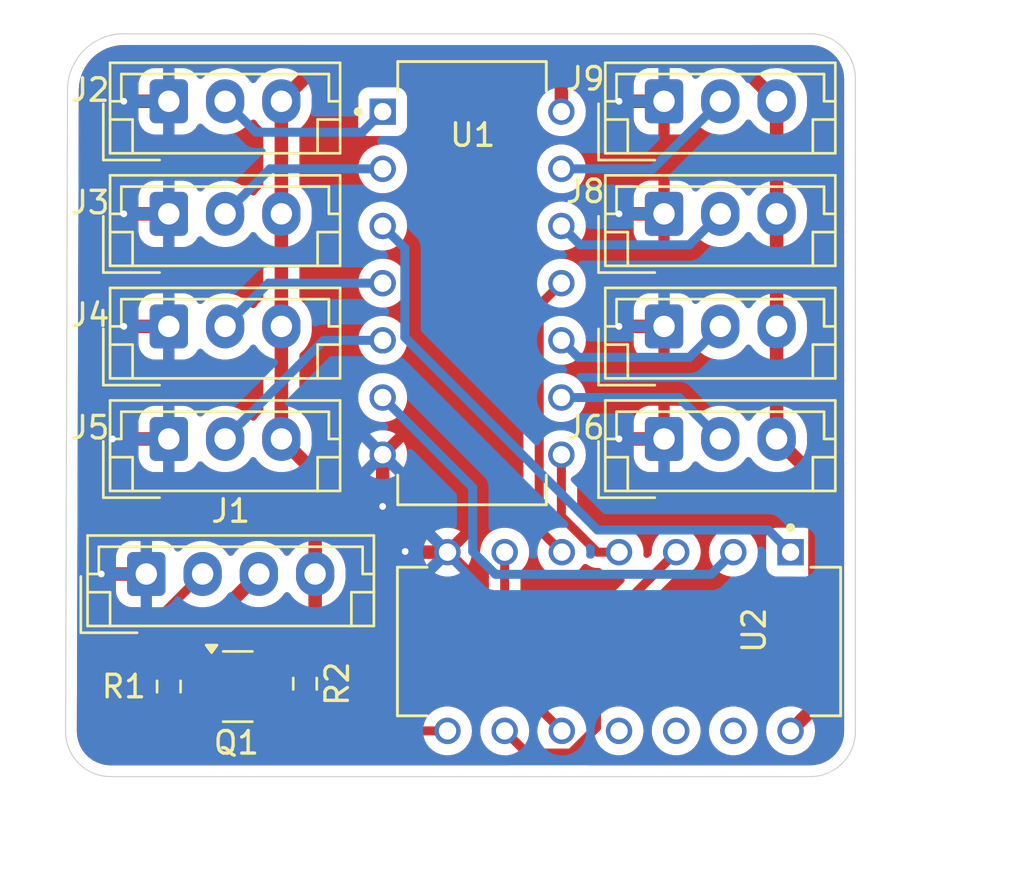
<source format=kicad_pcb>
(kicad_pcb (version 20240108) (generator "pcbnew") (generator_version "8.0")
  (layers (0 "F.Cu" signal) (31 "B.Cu" signal) (34 "B.Paste" user) (35 "F.Paste" user) (36 "B.SilkS" user "B.Silkscreen") (37 "F.SilkS" user "F.Silkscreen") (38 "B.Mask" user) (39 "F.Mask" user) (44 "Edge.Cuts" user))
  (net 0 "")
  (net 1 "GND")
  (net 2 "/3V3")
  (net 3 "/Sensor_Data")
  (net 4 "Net-(J2-Pin_2)")
  (net 5 "Net-(J3-Pin_2)")
  (net 6 "Net-(J4-Pin_2)")
  (net 7 "Net-(J5-Pin_2)")
  (net 8 "Net-(J6-Pin_2)")
  (net 9 "Net-(J7-Pin_2)")
  (net 10 "Net-(J8-Pin_2)")
  (net 11 "Net-(J9-Pin_2)")
  (net 12 "Net-(U1-4Y)")
  (net 13 "Net-(U1-1Y)")
  (net 14 "Net-(U1-3Y)")
  (net 15 "Net-(U1-2Y)")
  (net 17 "Net-(U2-1Y)")
  (net 18 "Net-(U2-2Y)")
  (net 21 "/5V")
  (net 22 "/Sensor_Data_5V")
  (footprint "Connector_JST:JST_EH_B3B-EH-A_1x03_P2.50mm_Vertical" (layer "F.Cu") (at 104.5 53)
    (property "Reference" "J9" (at -3.5 -1 0) (layer "F.SilkS"))
    (property "Value" "Conn_01x03_Socket" (hide yes))
    (fp_line (start -2.91 0.11) (end -2.91 2.61) (stroke (width 0.12)) (layer "F.SilkS"))
    (fp_line (start -2.91 2.61) (end -0.41 2.61) (stroke (width 0.12)) (layer "F.SilkS"))
    (fp_line (start -2.61 -1.71) (end -2.61 2.31) (stroke (width 0.12)) (layer "F.SilkS"))
    (fp_line (start -2.61 0) (end -2.11 0) (stroke (width 0.12)) (layer "F.SilkS"))
    (fp_line (start -2.61 0.81) (end -1.61 0.81) (stroke (width 0.12)) (layer "F.SilkS"))
    (fp_line (start -2.61 2.31) (end 7.61 2.31) (stroke (width 0.12)) (layer "F.SilkS"))
    (fp_line (start -2.11 -1.21) (end 7.11 -1.21) (stroke (width 0.12)) (layer "F.SilkS"))
    (fp_line (start -2.11 0) (end -2.11 -1.21) (stroke (width 0.12)) (layer "F.SilkS"))
    (fp_line (start -1.61 0.81) (end -1.61 2.31) (stroke (width 0.12)) (layer "F.SilkS"))
    (fp_line (start 6.61 0.81) (end 6.61 2.31) (stroke (width 0.12)) (layer "F.SilkS"))
    (fp_line (start 7.11 -1.21) (end 7.11 0) (stroke (width 0.12)) (layer "F.SilkS"))
    (fp_line (start 7.11 0) (end 7.61 0) (stroke (width 0.12)) (layer "F.SilkS"))
    (fp_line (start 7.61 -1.71) (end -2.61 -1.71) (stroke (width 0.12)) (layer "F.SilkS"))
    (fp_line (start 7.61 0.81) (end 6.61 0.81) (stroke (width 0.12)) (layer "F.SilkS"))
    (fp_line (start 7.61 2.31) (end 7.61 -1.71) (stroke (width 0.12)) (layer "F.SilkS"))
    (pad "1" thru_hole roundrect (at 0 0) (size 1.7 1.95) (drill 0.95) (layers "*.Cu" "*.Mask") (roundrect_rratio 0.147059) (net 1 "GND"))
    (pad "2" thru_hole oval (at 2.5 0) (size 1.7 1.95) (drill 0.95) (layers "*.Cu" "*.Mask") (net 11 "Net-(J9-Pin_2)"))
    (pad "3" thru_hole oval (at 5 0) (size 1.7 1.95) (drill 0.95) (layers "*.Cu" "*.Mask") (net 21 "/5V"))
  )
  (footprint "SN74HC08N:DIP794W45P254L1969H508Q14" (layer "F.Cu") (at 102.5 77 -90)
    (property "Reference" "U2" (at -0.5 -6 90) (layer "F.SilkS"))
    (property "Value" "SN74HC08N" (hide yes))
    (fp_line (start -3.3 9.845) (end -3.3 8.525) (stroke (width 0.127)) (layer "F.SilkS"))
    (fp_line (start 3.3 9.845) (end -3.3 9.845) (stroke (width 0.127)) (layer "F.SilkS"))
    (fp_line (start 3.3 8.525) (end 3.3 9.845) (stroke (width 0.127)) (layer "F.SilkS"))
    (fp_line (start -3.3 -8.525) (end -3.3 -9.845) (stroke (width 0.127)) (layer "F.SilkS"))
    (fp_line (start -3.3 -9.845) (end 3.3 -9.845) (stroke (width 0.127)) (layer "F.SilkS"))
    (fp_line (start 3.3 -9.845) (end 3.3 -8.525) (stroke (width 0.127)) (layer "F.SilkS"))
    (fp_circle (center -5.055 -7.62) (end -4.955 -7.62) (stroke (width 0.2)) (fill none) (layer "F.SilkS"))
    (pad "1" thru_hole rect (at -3.97 -7.62 270) (size 1.17 1.17) (drill 0.77) (layers "*.Cu" "*.Mask") (net 13 "Net-(U1-1Y)"))
    (pad "2" thru_hole circle (at -3.97 -5.08 270) (size 1.17 1.17) (drill 0.77) (layers "*.Cu" "*.Mask") (net 15 "Net-(U1-2Y)"))
    (pad "3" thru_hole circle (at -3.97 -2.54 270) (size 1.17 1.17) (drill 0.77) (layers "*.Cu" "*.Mask") (net 17 "Net-(U2-1Y)"))
    (pad "4" thru_hole circle (at -3.97 0 270) (size 1.17 1.17) (drill 0.77) (layers "*.Cu" "*.Mask") (net 14 "Net-(U1-3Y)"))
    (pad "5" thru_hole circle (at -3.97 2.54 270) (size 1.17 1.17) (drill 0.77) (layers "*.Cu" "*.Mask") (net 12 "Net-(U1-4Y)"))
    (pad "6" thru_hole circle (at -3.97 5.08 270) (size 1.17 1.17) (drill 0.77) (layers "*.Cu" "*.Mask") (net 18 "Net-(U2-2Y)"))
    (pad "7" thru_hole circle (at -3.97 7.62 270) (size 1.17 1.17) (drill 0.77) (layers "*.Cu" "*.Mask") (net 1 "GND"))
    (pad "8" thru_hole circle (at 3.97 7.62 270) (size 1.17 1.17) (drill 0.77) (layers "*.Cu" "*.Mask") (net 22 "/Sensor_Data_5V"))
    (pad "9" thru_hole circle (at 3.97 5.08 270) (size 1.17 1.17) (drill 0.77) (layers "*.Cu" "*.Mask") (net 17 "Net-(U2-1Y)"))
    (pad "10" thru_hole circle (at 3.97 2.54 270) (size 1.17 1.17) (drill 0.77) (layers "*.Cu" "*.Mask") (net 18 "Net-(U2-2Y)"))
    (pad "11" thru_hole circle (at 3.97 0 270) (size 1.17 1.17) (drill 0.77) (layers "*.Cu" "*.Mask"))
    (pad "12" thru_hole circle (at 3.97 -2.54 270) (size 1.17 1.17) (drill 0.77) (layers "*.Cu" "*.Mask"))
    (pad "13" thru_hole circle (at 3.97 -5.08 270) (size 1.17 1.17) (drill 0.77) (layers "*.Cu" "*.Mask"))
    (pad "14" thru_hole circle (at 3.97 -7.62 270) (size 1.17 1.17) (drill 0.77) (layers "*.Cu" "*.Mask") (net 21 "/5V"))
  )
  (footprint "Package_TO_SOT_SMD:SOT-23" (layer "F.Cu") (at 85.5625 79)
    (property "Reference" "Q1" (at -0.0625 2.5 180) (layer "F.SilkS"))
    (property "Value" "BSS138" (hide yes))
    (fp_line (start 0 -1.56) (end -0.65 -1.56) (stroke (width 0.12)) (layer "F.SilkS"))
    (fp_line (start 0 -1.56) (end 0.65 -1.56) (stroke (width 0.12)) (layer "F.SilkS"))
    (fp_line (start 0 1.56) (end -0.65 1.56) (stroke (width 0.12)) (layer "F.SilkS"))
    (fp_line (start 0 1.56) (end 0.65 1.56) (stroke (width 0.12)) (layer "F.SilkS"))
    (fp_poly (pts (xy -1.1625 -1.51) (xy -1.4025 -1.84) (xy -0.9225 -1.84) (xy -1.1625 -1.51)) (stroke (width 0.12)) (fill solid) (layer "F.SilkS"))
    (pad "1" smd roundrect (at -0.9375 -0.95) (size 1.475 0.6) (layers "F.Cu" "F.Paste" "F.Mask") (net 2 "/3V3"))
    (pad "2" smd roundrect (at -0.9375 0.95) (size 1.475 0.6) (layers "F.Cu" "F.Paste" "F.Mask") (net 3 "/Sensor_Data"))
    (pad "3" smd roundrect (at 0.9375 0) (size 1.475 0.6) (layers "F.Cu" "F.Paste" "F.Mask") (net 22 "/Sensor_Data_5V"))
  )
  (footprint "Connector_JST:JST_EH_B3B-EH-A_1x03_P2.50mm_Vertical" (layer "F.Cu") (at 104.5 68)
    (property "Reference" "J6" (at -3.5 -0.5 0) (layer "F.SilkS"))
    (property "Value" "Conn_01x03_Socket" (hide yes))
    (fp_line (start -2.91 0.11) (end -2.91 2.61) (stroke (width 0.12)) (layer "F.SilkS"))
    (fp_line (start -2.91 2.61) (end -0.41 2.61) (stroke (width 0.12)) (layer "F.SilkS"))
    (fp_line (start -2.61 -1.71) (end -2.61 2.31) (stroke (width 0.12)) (layer "F.SilkS"))
    (fp_line (start -2.61 0) (end -2.11 0) (stroke (width 0.12)) (layer "F.SilkS"))
    (fp_line (start -2.61 0.81) (end -1.61 0.81) (stroke (width 0.12)) (layer "F.SilkS"))
    (fp_line (start -2.61 2.31) (end 7.61 2.31) (stroke (width 0.12)) (layer "F.SilkS"))
    (fp_line (start -2.11 -1.21) (end 7.11 -1.21) (stroke (width 0.12)) (layer "F.SilkS"))
    (fp_line (start -2.11 0) (end -2.11 -1.21) (stroke (width 0.12)) (layer "F.SilkS"))
    (fp_line (start -1.61 0.81) (end -1.61 2.31) (stroke (width 0.12)) (layer "F.SilkS"))
    (fp_line (start 6.61 0.81) (end 6.61 2.31) (stroke (width 0.12)) (layer "F.SilkS"))
    (fp_line (start 7.11 -1.21) (end 7.11 0) (stroke (width 0.12)) (layer "F.SilkS"))
    (fp_line (start 7.11 0) (end 7.61 0) (stroke (width 0.12)) (layer "F.SilkS"))
    (fp_line (start 7.61 -1.71) (end -2.61 -1.71) (stroke (width 0.12)) (layer "F.SilkS"))
    (fp_line (start 7.61 0.81) (end 6.61 0.81) (stroke (width 0.12)) (layer "F.SilkS"))
    (fp_line (start 7.61 2.31) (end 7.61 -1.71) (stroke (width 0.12)) (layer "F.SilkS"))
    (pad "1" thru_hole roundrect (at 0 0) (size 1.7 1.95) (drill 0.95) (layers "*.Cu" "*.Mask") (roundrect_rratio 0.147059) (net 1 "GND"))
    (pad "2" thru_hole oval (at 2.5 0) (size 1.7 1.95) (drill 0.95) (layers "*.Cu" "*.Mask") (net 8 "Net-(J6-Pin_2)"))
    (pad "3" thru_hole oval (at 5 0) (size 1.7 1.95) (drill 0.95) (layers "*.Cu" "*.Mask") (net 21 "/5V"))
  )
  (footprint "Resistor_SMD:R_0603_1608Metric_Pad0.98x0.95mm_HandSolder" (layer "F.Cu") (at 82.5 79 -90)
    (property "Reference" "R1" (at 0 2 0) (layer "F.SilkS"))
    (property "Value" "10k")
    (fp_line (start -0.254724 0.5225) (end 0.254724 0.5225) (stroke (width 0.12)) (layer "F.SilkS"))
    (fp_line (start -0.254724 -0.5225) (end 0.254724 -0.5225) (stroke (width 0.12)) (layer "F.SilkS"))
    (pad "1" smd roundrect (at -0.9125 0 270) (size 0.975 0.95) (layers "F.Cu" "F.Paste" "F.Mask") (net 2 "/3V3"))
    (pad "2" smd roundrect (at 0.9125 0 270) (size 0.975 0.95) (layers "F.Cu" "F.Paste" "F.Mask") (net 3 "/Sensor_Data"))
  )
  (footprint "Connector_JST:JST_EH_B3B-EH-A_1x03_P2.50mm_Vertical" (layer "F.Cu") (at 104.5 58)
    (property "Reference" "J8" (at -3.5 -1 0) (layer "F.SilkS"))
    (property "Value" "Conn_01x03_Socket" (hide yes))
    (fp_line (start -2.91 0.11) (end -2.91 2.61) (stroke (width 0.12)) (layer "F.SilkS"))
    (fp_line (start -2.91 2.61) (end -0.41 2.61) (stroke (width 0.12)) (layer "F.SilkS"))
    (fp_line (start -2.61 -1.71) (end -2.61 2.31) (stroke (width 0.12)) (layer "F.SilkS"))
    (fp_line (start -2.61 0) (end -2.11 0) (stroke (width 0.12)) (layer "F.SilkS"))
    (fp_line (start -2.61 0.81) (end -1.61 0.81) (stroke (width 0.12)) (layer "F.SilkS"))
    (fp_line (start -2.61 2.31) (end 7.61 2.31) (stroke (width 0.12)) (layer "F.SilkS"))
    (fp_line (start -2.11 -1.21) (end 7.11 -1.21) (stroke (width 0.12)) (layer "F.SilkS"))
    (fp_line (start -2.11 0) (end -2.11 -1.21) (stroke (width 0.12)) (layer "F.SilkS"))
    (fp_line (start -1.61 0.81) (end -1.61 2.31) (stroke (width 0.12)) (layer "F.SilkS"))
    (fp_line (start 6.61 0.81) (end 6.61 2.31) (stroke (width 0.12)) (layer "F.SilkS"))
    (fp_line (start 7.11 -1.21) (end 7.11 0) (stroke (width 0.12)) (layer "F.SilkS"))
    (fp_line (start 7.11 0) (end 7.61 0) (stroke (width 0.12)) (layer "F.SilkS"))
    (fp_line (start 7.61 -1.71) (end -2.61 -1.71) (stroke (width 0.12)) (layer "F.SilkS"))
    (fp_line (start 7.61 0.81) (end 6.61 0.81) (stroke (width 0.12)) (layer "F.SilkS"))
    (fp_line (start 7.61 2.31) (end 7.61 -1.71) (stroke (width 0.12)) (layer "F.SilkS"))
    (pad "1" thru_hole roundrect (at 0 0) (size 1.7 1.95) (drill 0.95) (layers "*.Cu" "*.Mask") (roundrect_rratio 0.147059) (net 1 "GND"))
    (pad "2" thru_hole oval (at 2.5 0) (size 1.7 1.95) (drill 0.95) (layers "*.Cu" "*.Mask") (net 10 "Net-(J8-Pin_2)"))
    (pad "3" thru_hole oval (at 5 0) (size 1.7 1.95) (drill 0.95) (layers "*.Cu" "*.Mask") (net 21 "/5V"))
  )
  (footprint "Connector_JST:JST_EH_B3B-EH-A_1x03_P2.50mm_Vertical" (layer "F.Cu") (at 82.5 53)
    (property "Reference" "J2" (at -3.5 -0.5 0) (layer "F.SilkS"))
    (property "Value" "Conn_01x03_Socket" (hide yes))
    (fp_line (start -2.91 0.11) (end -2.91 2.61) (stroke (width 0.12)) (layer "F.SilkS"))
    (fp_line (start -2.91 2.61) (end -0.41 2.61) (stroke (width 0.12)) (layer "F.SilkS"))
    (fp_line (start -2.61 -1.71) (end -2.61 2.31) (stroke (width 0.12)) (layer "F.SilkS"))
    (fp_line (start -2.61 0) (end -2.11 0) (stroke (width 0.12)) (layer "F.SilkS"))
    (fp_line (start -2.61 0.81) (end -1.61 0.81) (stroke (width 0.12)) (layer "F.SilkS"))
    (fp_line (start -2.61 2.31) (end 7.61 2.31) (stroke (width 0.12)) (layer "F.SilkS"))
    (fp_line (start -2.11 -1.21) (end 7.11 -1.21) (stroke (width 0.12)) (layer "F.SilkS"))
    (fp_line (start -2.11 0) (end -2.11 -1.21) (stroke (width 0.12)) (layer "F.SilkS"))
    (fp_line (start -1.61 0.81) (end -1.61 2.31) (stroke (width 0.12)) (layer "F.SilkS"))
    (fp_line (start 6.61 0.81) (end 6.61 2.31) (stroke (width 0.12)) (layer "F.SilkS"))
    (fp_line (start 7.11 -1.21) (end 7.11 0) (stroke (width 0.12)) (layer "F.SilkS"))
    (fp_line (start 7.11 0) (end 7.61 0) (stroke (width 0.12)) (layer "F.SilkS"))
    (fp_line (start 7.61 -1.71) (end -2.61 -1.71) (stroke (width 0.12)) (layer "F.SilkS"))
    (fp_line (start 7.61 0.81) (end 6.61 0.81) (stroke (width 0.12)) (layer "F.SilkS"))
    (fp_line (start 7.61 2.31) (end 7.61 -1.71) (stroke (width 0.12)) (layer "F.SilkS"))
    (pad "1" thru_hole roundrect (at 0 0) (size 1.7 1.95) (drill 0.95) (layers "*.Cu" "*.Mask") (roundrect_rratio 0.147059) (net 1 "GND"))
    (pad "2" thru_hole oval (at 2.5 0) (size 1.7 1.95) (drill 0.95) (layers "*.Cu" "*.Mask") (net 4 "Net-(J2-Pin_2)"))
    (pad "3" thru_hole oval (at 5 0) (size 1.7 1.95) (drill 0.95) (layers "*.Cu" "*.Mask") (net 21 "/5V"))
  )
  (footprint "Resistor_SMD:R_0603_1608Metric_Pad0.98x0.95mm_HandSolder" (layer "F.Cu") (at 88.55 78.875 -90)
    (property "Reference" "R2" (at 0 -1.43 90) (layer "F.SilkS"))
    (property "Value" "10k")
    (fp_line (start -0.254724 0.5225) (end 0.254724 0.5225) (stroke (width 0.12)) (layer "F.SilkS"))
    (fp_line (start -0.254724 -0.5225) (end 0.254724 -0.5225) (stroke (width 0.12)) (layer "F.SilkS"))
    (pad "1" smd roundrect (at -0.9125 0 270) (size 0.975 0.95) (layers "F.Cu" "F.Paste" "F.Mask") (net 21 "/5V"))
    (pad "2" smd roundrect (at 0.9125 0 270) (size 0.975 0.95) (layers "F.Cu" "F.Paste" "F.Mask") (net 22 "/Sensor_Data_5V"))
  )
  (footprint "Connector_JST:JST_EH_B3B-EH-A_1x03_P2.50mm_Vertical" (layer "F.Cu") (at 82.5 68)
    (property "Reference" "J5" (at -3.5 -0.5 0) (layer "F.SilkS"))
    (property "Value" "Conn_01x03_Socket" (hide yes))
    (fp_line (start -2.91 0.11) (end -2.91 2.61) (stroke (width 0.12)) (layer "F.SilkS"))
    (fp_line (start -2.91 2.61) (end -0.41 2.61) (stroke (width 0.12)) (layer "F.SilkS"))
    (fp_line (start -2.61 -1.71) (end -2.61 2.31) (stroke (width 0.12)) (layer "F.SilkS"))
    (fp_line (start -2.61 0) (end -2.11 0) (stroke (width 0.12)) (layer "F.SilkS"))
    (fp_line (start -2.61 0.81) (end -1.61 0.81) (stroke (width 0.12)) (layer "F.SilkS"))
    (fp_line (start -2.61 2.31) (end 7.61 2.31) (stroke (width 0.12)) (layer "F.SilkS"))
    (fp_line (start -2.11 -1.21) (end 7.11 -1.21) (stroke (width 0.12)) (layer "F.SilkS"))
    (fp_line (start -2.11 0) (end -2.11 -1.21) (stroke (width 0.12)) (layer "F.SilkS"))
    (fp_line (start -1.61 0.81) (end -1.61 2.31) (stroke (width 0.12)) (layer "F.SilkS"))
    (fp_line (start 6.61 0.81) (end 6.61 2.31) (stroke (width 0.12)) (layer "F.SilkS"))
    (fp_line (start 7.11 -1.21) (end 7.11 0) (stroke (width 0.12)) (layer "F.SilkS"))
    (fp_line (start 7.11 0) (end 7.61 0) (stroke (width 0.12)) (layer "F.SilkS"))
    (fp_line (start 7.61 -1.71) (end -2.61 -1.71) (stroke (width 0.12)) (layer "F.SilkS"))
    (fp_line (start 7.61 0.81) (end 6.61 0.81) (stroke (width 0.12)) (layer "F.SilkS"))
    (fp_line (start 7.61 2.31) (end 7.61 -1.71) (stroke (width 0.12)) (layer "F.SilkS"))
    (pad "1" thru_hole roundrect (at 0 0) (size 1.7 1.95) (drill 0.95) (layers "*.Cu" "*.Mask") (roundrect_rratio 0.147059) (net 1 "GND"))
    (pad "2" thru_hole oval (at 2.5 0) (size 1.7 1.95) (drill 0.95) (layers "*.Cu" "*.Mask") (net 7 "Net-(J5-Pin_2)"))
    (pad "3" thru_hole oval (at 5 0) (size 1.7 1.95) (drill 0.95) (layers "*.Cu" "*.Mask") (net 21 "/5V"))
  )
  (footprint "Connector_JST:JST_EH_B4B-EH-A_1x04_P2.50mm_Vertical" (layer "F.Cu") (at 81.5 74)
    (property "Reference" "J1" (at 3.75 -2.8 0) (layer "F.SilkS"))
    (property "Value" "Conn_01x04_Socket" (hide yes))
    (fp_line (start -2.91 0.11) (end -2.91 2.61) (stroke (width 0.12)) (layer "F.SilkS"))
    (fp_line (start -2.91 2.61) (end -0.41 2.61) (stroke (width 0.12)) (layer "F.SilkS"))
    (fp_line (start -2.61 -1.71) (end -2.61 2.31) (stroke (width 0.12)) (layer "F.SilkS"))
    (fp_line (start -2.61 0) (end -2.11 0) (stroke (width 0.12)) (layer "F.SilkS"))
    (fp_line (start -2.61 0.81) (end -1.61 0.81) (stroke (width 0.12)) (layer "F.SilkS"))
    (fp_line (start -2.61 2.31) (end 10.11 2.31) (stroke (width 0.12)) (layer "F.SilkS"))
    (fp_line (start -2.11 -1.21) (end 9.61 -1.21) (stroke (width 0.12)) (layer "F.SilkS"))
    (fp_line (start -2.11 0) (end -2.11 -1.21) (stroke (width 0.12)) (layer "F.SilkS"))
    (fp_line (start -1.61 0.81) (end -1.61 2.31) (stroke (width 0.12)) (layer "F.SilkS"))
    (fp_line (start 9.11 0.81) (end 9.11 2.31) (stroke (width 0.12)) (layer "F.SilkS"))
    (fp_line (start 9.61 -1.21) (end 9.61 0) (stroke (width 0.12)) (layer "F.SilkS"))
    (fp_line (start 9.61 0) (end 10.11 0) (stroke (width 0.12)) (layer "F.SilkS"))
    (fp_line (start 10.11 -1.71) (end -2.61 -1.71) (stroke (width 0.12)) (layer "F.SilkS"))
    (fp_line (start 10.11 0.81) (end 9.11 0.81) (stroke (width 0.12)) (layer "F.SilkS"))
    (fp_line (start 10.11 2.31) (end 10.11 -1.71) (stroke (width 0.12)) (layer "F.SilkS"))
    (pad "1" thru_hole roundrect (at 0 0) (size 1.7 1.95) (drill 0.95) (layers "*.Cu" "*.Mask") (roundrect_rratio 0.147059) (net 1 "GND"))
    (pad "2" thru_hole oval (at 2.5 0) (size 1.7 1.95) (drill 0.95) (layers "*.Cu" "*.Mask") (net 3 "/Sensor_Data"))
    (pad "3" thru_hole oval (at 5 0) (size 1.7 1.95) (drill 0.95) (layers "*.Cu" "*.Mask") (net 2 "/3V3"))
    (pad "4" thru_hole oval (at 7.5 0) (size 1.7 1.95) (drill 0.95) (layers "*.Cu" "*.Mask") (net 21 "/5V"))
  )
  (footprint "Connector_JST:JST_EH_B3B-EH-A_1x03_P2.50mm_Vertical" (layer "F.Cu") (at 82.5 58)
    (property "Reference" "J3" (at -3.5 -0.5 0) (layer "F.SilkS"))
    (property "Value" "Conn_01x03_Socket" (hide yes))
    (fp_line (start -2.91 0.11) (end -2.91 2.61) (stroke (width 0.12)) (layer "F.SilkS"))
    (fp_line (start -2.91 2.61) (end -0.41 2.61) (stroke (width 0.12)) (layer "F.SilkS"))
    (fp_line (start -2.61 -1.71) (end -2.61 2.31) (stroke (width 0.12)) (layer "F.SilkS"))
    (fp_line (start -2.61 0) (end -2.11 0) (stroke (width 0.12)) (layer "F.SilkS"))
    (fp_line (start -2.61 0.81) (end -1.61 0.81) (stroke (width 0.12)) (layer "F.SilkS"))
    (fp_line (start -2.61 2.31) (end 7.61 2.31) (stroke (width 0.12)) (layer "F.SilkS"))
    (fp_line (start -2.11 -1.21) (end 7.11 -1.21) (stroke (width 0.12)) (layer "F.SilkS"))
    (fp_line (start -2.11 0) (end -2.11 -1.21) (stroke (width 0.12)) (layer "F.SilkS"))
    (fp_line (start -1.61 0.81) (end -1.61 2.31) (stroke (width 0.12)) (layer "F.SilkS"))
    (fp_line (start 6.61 0.81) (end 6.61 2.31) (stroke (width 0.12)) (layer "F.SilkS"))
    (fp_line (start 7.11 -1.21) (end 7.11 0) (stroke (width 0.12)) (layer "F.SilkS"))
    (fp_line (start 7.11 0) (end 7.61 0) (stroke (width 0.12)) (layer "F.SilkS"))
    (fp_line (start 7.61 -1.71) (end -2.61 -1.71) (stroke (width 0.12)) (layer "F.SilkS"))
    (fp_line (start 7.61 0.81) (end 6.61 0.81) (stroke (width 0.12)) (layer "F.SilkS"))
    (fp_line (start 7.61 2.31) (end 7.61 -1.71) (stroke (width 0.12)) (layer "F.SilkS"))
    (pad "1" thru_hole roundrect (at 0 0) (size 1.7 1.95) (drill 0.95) (layers "*.Cu" "*.Mask") (roundrect_rratio 0.147059) (net 1 "GND"))
    (pad "2" thru_hole oval (at 2.5 0) (size 1.7 1.95) (drill 0.95) (layers "*.Cu" "*.Mask") (net 5 "Net-(J3-Pin_2)"))
    (pad "3" thru_hole oval (at 5 0) (size 1.7 1.95) (drill 0.95) (layers "*.Cu" "*.Mask") (net 21 "/5V"))
  )
  (footprint "Connector_JST:JST_EH_B3B-EH-A_1x03_P2.50mm_Vertical" (layer "F.Cu") (at 104.5 63)
    (property "Reference" "J7" (hide yes))
    (property "Value" "Conn_01x03_Socket" (hide yes))
    (fp_line (start -2.91 0.11) (end -2.91 2.61) (stroke (width 0.12)) (layer "F.SilkS"))
    (fp_line (start -2.91 2.61) (end -0.41 2.61) (stroke (width 0.12)) (layer "F.SilkS"))
    (fp_line (start -2.61 -1.71) (end -2.61 2.31) (stroke (width 0.12)) (layer "F.SilkS"))
    (fp_line (start -2.61 0) (end -2.11 0) (stroke (width 0.12)) (layer "F.SilkS"))
    (fp_line (start -2.61 0.81) (end -1.61 0.81) (stroke (width 0.12)) (layer "F.SilkS"))
    (fp_line (start -2.61 2.31) (end 7.61 2.31) (stroke (width 0.12)) (layer "F.SilkS"))
    (fp_line (start -2.11 -1.21) (end 7.11 -1.21) (stroke (width 0.12)) (layer "F.SilkS"))
    (fp_line (start -2.11 0) (end -2.11 -1.21) (stroke (width 0.12)) (layer "F.SilkS"))
    (fp_line (start -1.61 0.81) (end -1.61 2.31) (stroke (width 0.12)) (layer "F.SilkS"))
    (fp_line (start 6.61 0.81) (end 6.61 2.31) (stroke (width 0.12)) (layer "F.SilkS"))
    (fp_line (start 7.11 -1.21) (end 7.11 0) (stroke (width 0.12)) (layer "F.SilkS"))
    (fp_line (start 7.11 0) (end 7.61 0) (stroke (width 0.12)) (layer "F.SilkS"))
    (fp_line (start 7.61 -1.71) (end -2.61 -1.71) (stroke (width 0.12)) (layer "F.SilkS"))
    (fp_line (start 7.61 0.81) (end 6.61 0.81) (stroke (width 0.12)) (layer "F.SilkS"))
    (fp_line (start 7.61 2.31) (end 7.61 -1.71) (stroke (width 0.12)) (layer "F.SilkS"))
    (pad "1" thru_hole roundrect (at 0 0) (size 1.7 1.95) (drill 0.95) (layers "*.Cu" "*.Mask") (roundrect_rratio 0.147059) (net 1 "GND"))
    (pad "2" thru_hole oval (at 2.5 0) (size 1.7 1.95) (drill 0.95) (layers "*.Cu" "*.Mask") (net 9 "Net-(J7-Pin_2)"))
    (pad "3" thru_hole oval (at 5 0) (size 1.7 1.95) (drill 0.95) (layers "*.Cu" "*.Mask") (net 21 "/5V"))
  )
  (footprint "SN74HC08N:DIP794W45P254L1969H508Q14" (layer "F.Cu") (at 95.97 61.08)
    (property "Reference" "U1" (at 0.03 -6.58 0) (layer "F.SilkS"))
    (property "Value" "SN74HC08N")
    (fp_line (start -3.3 -9.845) (end 3.3 -9.845) (stroke (width 0.127)) (layer "F.SilkS"))
    (fp_line (start -3.3 -8.525) (end -3.3 -9.845) (stroke (width 0.127)) (layer "F.SilkS"))
    (fp_line (start -3.3 9.845) (end -3.3 8.525) (stroke (width 0.127)) (layer "F.SilkS"))
    (fp_line (start 3.3 -9.845) (end 3.3 -8.525) (stroke (width 0.127)) (layer "F.SilkS"))
    (fp_line (start 3.3 8.525) (end 3.3 9.845) (stroke (width 0.127)) (layer "F.SilkS"))
    (fp_line (start 3.3 9.845) (end -3.3 9.845) (stroke (width 0.127)) (layer "F.SilkS"))
    (fp_circle (center -5.055 -7.62) (end -4.955 -7.62) (stroke (width 0.2)) (fill none) (layer "F.SilkS"))
    (pad "1" thru_hole rect (at -3.97 -7.62) (size 1.17 1.17) (drill 0.77) (layers "*.Cu" "*.Mask") (net 4 "Net-(J2-Pin_2)"))
    (pad "2" thru_hole circle (at -3.97 -5.08) (size 1.17 1.17) (drill 0.77) (layers "*.Cu" "*.Mask") (net 5 "Net-(J3-Pin_2)"))
    (pad "3" thru_hole circle (at -3.97 -2.54) (size 1.17 1.17) (drill 0.77) (layers "*.Cu" "*.Mask") (net 13 "Net-(U1-1Y)"))
    (pad "4" thru_hole circle (at -3.97 0) (size 1.17 1.17) (drill 0.77) (layers "*.Cu" "*.Mask") (net 6 "Net-(J4-Pin_2)"))
    (pad "5" thru_hole circle (at -3.97 2.54) (size 1.17 1.17) (drill 0.77) (layers "*.Cu" "*.Mask") (net 7 "Net-(J5-Pin_2)"))
    (pad "6" thru_hole circle (at -3.97 5.08) (size 1.17 1.17) (drill 0.77) (layers "*.Cu" "*.Mask") (net 15 "Net-(U1-2Y)"))
    (pad "7" thru_hole circle (at -3.97 7.62) (size 1.17 1.17) (drill 0.77) (layers "*.Cu" "*.Mask") (net 1 "GND"))
    (pad "8" thru_hole circle (at 3.97 7.62) (size 1.17 1.17) (drill 0.77) (layers "*.Cu" "*.Mask") (net 14 "Net-(U1-3Y)"))
    (pad "9" thru_hole circle (at 3.97 5.08) (size 1.17 1.17) (drill 0.77) (layers "*.Cu" "*.Mask") (net 8 "Net-(J6-Pin_2)"))
    (pad "10" thru_hole circle (at 3.97 2.54) (size 1.17 1.17) (drill 0.77) (layers "*.Cu" "*.Mask") (net 9 "Net-(J7-Pin_2)"))
    (pad "11" thru_hole circle (at 3.97 0) (size 1.17 1.17) (drill 0.77) (layers "*.Cu" "*.Mask") (net 12 "Net-(U1-4Y)"))
    (pad "12" thru_hole circle (at 3.97 -2.54) (size 1.17 1.17) (drill 0.77) (layers "*.Cu" "*.Mask") (net 10 "Net-(J8-Pin_2)"))
    (pad "13" thru_hole circle (at 3.97 -5.08) (size 1.17 1.17) (drill 0.77) (layers "*.Cu" "*.Mask") (net 11 "Net-(J9-Pin_2)"))
    (pad "14" thru_hole circle (at 3.97 -7.62) (size 1.17 1.17) (drill 0.77) (layers "*.Cu" "*.Mask") (net 21 "/5V"))
  )
  (footprint "Connector_JST:JST_EH_B3B-EH-A_1x03_P2.50mm_Vertical" (layer "F.Cu") (at 82.5 63)
    (property "Reference" "J4" (at -3.5 -0.5 0) (layer "F.SilkS"))
    (property "Value" "Conn_01x03_Socket" (hide yes))
    (fp_line (start -2.91 0.11) (end -2.91 2.61) (stroke (width 0.12)) (layer "F.SilkS"))
    (fp_line (start -2.91 2.61) (end -0.41 2.61) (stroke (width 0.12)) (layer "F.SilkS"))
    (fp_line (start -2.61 -1.71) (end -2.61 2.31) (stroke (width 0.12)) (layer "F.SilkS"))
    (fp_line (start -2.61 0) (end -2.11 0) (stroke (width 0.12)) (layer "F.SilkS"))
    (fp_line (start -2.61 0.81) (end -1.61 0.81) (stroke (width 0.12)) (layer "F.SilkS"))
    (fp_line (start -2.61 2.31) (end 7.61 2.31) (stroke (width 0.12)) (layer "F.SilkS"))
    (fp_line (start -2.11 -1.21) (end 7.11 -1.21) (stroke (width 0.12)) (layer "F.SilkS"))
    (fp_line (start -2.11 0) (end -2.11 -1.21) (stroke (width 0.12)) (layer "F.SilkS"))
    (fp_line (start -1.61 0.81) (end -1.61 2.31) (stroke (width 0.12)) (layer "F.SilkS"))
    (fp_line (start 6.61 0.81) (end 6.61 2.31) (stroke (width 0.12)) (layer "F.SilkS"))
    (fp_line (start 7.11 -1.21) (end 7.11 0) (stroke (width 0.12)) (layer "F.SilkS"))
    (fp_line (start 7.11 0) (end 7.61 0) (stroke (width 0.12)) (layer "F.SilkS"))
    (fp_line (start 7.61 -1.71) (end -2.61 -1.71) (stroke (width 0.12)) (layer "F.SilkS"))
    (fp_line (start 7.61 0.81) (end 6.61 0.81) (stroke (width 0.12)) (layer "F.SilkS"))
    (fp_line (start 7.61 2.31) (end 7.61 -1.71) (stroke (width 0.12)) (layer "F.SilkS"))
    (pad "1" thru_hole roundrect (at 0 0) (size 1.7 1.95) (drill 0.95) (layers "*.Cu" "*.Mask") (roundrect_rratio 0.147059) (net 1 "GND"))
    (pad "2" thru_hole oval (at 2.5 0) (size 1.7 1.95) (drill 0.95) (layers "*.Cu" "*.Mask") (net 6 "Net-(J4-Pin_2)"))
    (pad "3" thru_hole oval (at 5 0) (size 1.7 1.95) (drill 0.95) (layers "*.Cu" "*.Mask") (net 21 "/5V"))
  )
  (gr_arc (start 113 81) (mid 112.414214 82.414214) (end 111 83) (stroke (width 0.05)) (layer "Edge.Cuts"))
  (gr_line (start 111 83) (end 79.914214 83) (stroke (width 0.05)) (layer "Edge.Cuts"))
  (gr_arc (start 79.914214 83) (mid 78.5 82.414214) (end 77.914214 81) (stroke (width 0.05)) (layer "Edge.Cuts"))
  (gr_line (start 113 52) (end 113 81) (stroke (width 0.05)) (layer "Edge.Cuts"))
  (gr_arc (start 78 52.5) (mid 78.732233 50.732233) (end 80.5 50) (stroke (width 0.05)) (layer "Edge.Cuts"))
  (gr_arc (start 111 50) (mid 112.414214 50.585786) (end 113 52) (stroke (width 0.05)) (layer "Edge.Cuts"))
  (gr_line (start 111 50) (end 80.5 50) (stroke (width 0.05)) (layer "Edge.Cuts"))
  (gr_line (start 78 52.5) (end 77.914214 81) (stroke (width 0.05)) (layer "Edge.Cuts"))
  (segment (start 104.5 53) (end 102.5 53) (width 0.6) (layer "F.Cu") (net 1))
  (segment (start 104.5 68) (end 102.5 68) (width 0.6) (layer "F.Cu") (net 1))
  (segment (start 82.5 58) (end 80.5 58) (width 0.6) (layer "F.Cu") (net 1))
  (segment (start 94.88 73.03) (end 93.03 73.03) (width 0.6) (layer "F.Cu") (net 1))
  (segment (start 82.5 63) (end 80.5 63) (width 0.6) (layer "F.Cu") (net 1))
  (segment (start 102.5 58) (end 104.5 58) (width 0.6) (layer "F.Cu") (net 1))
  (segment (start 81.5 74) (end 79.5 74) (width 0.6) (layer "F.Cu") (net 1))
  (segment (start 104.5 63) (end 102.5 63) (width 0.6) (layer "F.Cu") (net 1))
  (segment (start 93.03 73.03) (end 93 73) (width 0.6) (layer "F.Cu") (net 1))
  (segment (start 92 68.7) (end 92 71) (width 0.6) (layer "F.Cu") (net 1))
  (segment (start 82.5 53) (end 80.5 53) (width 0.6) (layer "F.Cu") (net 1))
  (segment (start 82.5 68) (end 80 68) (width 0.6) (layer "F.Cu") (net 1))
  (via (at 80 68) (size 0.6) (drill 0.3) (layers "F.Cu" "B.Cu") (net 1))
  (via (at 102.5 58) (size 0.6) (drill 0.3) (layers "F.Cu" "B.Cu") (net 1))
  (via (at 79.5 74) (size 0.6) (drill 0.3) (layers "F.Cu" "B.Cu") (net 1))
  (via (at 80.5 58) (size 0.6) (drill 0.3) (layers "F.Cu" "B.Cu") (net 1))
  (via (at 102.5 68) (size 0.6) (drill 0.3) (layers "F.Cu" "B.Cu") (net 1))
  (via (at 92 71) (size 0.6) (drill 0.3) (layers "F.Cu" "B.Cu") (net 1))
  (via (at 102.5 53) (size 0.6) (drill 0.3) (layers "F.Cu" "B.Cu") (net 1))
  (via (at 80.5 53) (size 0.6) (drill 0.3) (layers "F.Cu" "B.Cu") (net 1))
  (via (at 80.5 63) (size 0.6) (drill 0.3) (layers "F.Cu" "B.Cu") (net 1))
  (via (at 102.5 63) (size 0.6) (drill 0.3) (layers "F.Cu" "B.Cu") (net 1))
  (via (at 93 73) (size 0.6) (drill 0.3) (layers "F.Cu" "B.Cu") (net 1))
  (segment (start 84.625 75.875) (end 86.5 74) (width 0.6) (layer "F.Cu") (net 2))
  (segment (start 84.475 78.0875) (end 84.5 78.0625) (width 0.4) (layer "F.Cu") (net 2))
  (segment (start 84.5875 78.0875) (end 84.625 78.05) (width 0.6) (layer "F.Cu") (net 2))
  (segment (start 82.5 78.0875) (end 84.5875 78.0875) (width 0.6) (layer "F.Cu") (net 2))
  (segment (start 84.625 78.05) (end 84.625 75.875) (width 0.6) (layer "F.Cu") (net 2))
  (segment (start 81.625 79.0375) (end 81.625 76.375) (width 0.4) (layer "F.Cu") (net 3))
  (segment (start 81.625 76.375) (end 84 74) (width 0.4) (layer "F.Cu") (net 3))
  (segment (start 82.5 79.9125) (end 81.625 79.0375) (width 0.4) (layer "F.Cu") (net 3))
  (segment (start 82.5 79.9125) (end 84.5875 79.9125) (width 0.4) (layer "F.Cu") (net 3))
  (segment (start 84.5875 79.9125) (end 84.625 79.95) (width 0.4) (layer "F.Cu") (net 3))
  (segment (start 86.375 54.375) (end 91.085 54.375) (width 0.4) (layer "B.Cu") (net 4))
  (segment (start 91.085 54.375) (end 92 53.46) (width 0.4) (layer "B.Cu") (net 4))
  (segment (start 85 53) (end 86.375 54.375) (width 0.4) (layer "B.Cu") (net 4))
  (segment (start 85 58) (end 87 56) (width 0.4) (layer "B.Cu") (net 5))
  (segment (start 87 56) (end 92 56) (width 0.4) (layer "B.Cu") (net 5))
  (segment (start 85 63) (end 86.92 61.08) (width 0.4) (layer "B.Cu") (net 6))
  (segment (start 86.92 61.08) (end 92 61.08) (width 0.4) (layer "B.Cu") (net 6))
  (segment (start 89.38 63.62) (end 92 63.62) (width 0.4) (layer "B.Cu") (net 7))
  (segment (start 85 68) (end 89.38 63.62) (width 0.4) (layer "B.Cu") (net 7))
  (segment (start 107 68) (end 105.16 66.16) (width 0.4) (layer "B.Cu") (net 8))
  (segment (start 105.16 66.16) (end 99.94 66.16) (width 0.4) (layer "B.Cu") (net 8))
  (segment (start 105.625 64.375) (end 100.695 64.375) (width 0.4) (layer "B.Cu") (net 9))
  (segment (start 107 63) (end 105.625 64.375) (width 0.4) (layer "B.Cu") (net 9))
  (segment (start 100.695 64.375) (end 99.94 63.62) (width 0.4) (layer "B.Cu") (net 9))
  (segment (start 105.625 59.375) (end 100.775 59.375) (width 0.4) (layer "B.Cu") (net 10))
  (segment (start 100.775 59.375) (end 99.94 58.54) (width 0.4) (layer "B.Cu") (net 10))
  (segment (start 107 58) (end 105.625 59.375) (width 0.4) (layer "B.Cu") (net 10))
  (segment (start 107 53) (end 104 56) (width 0.4) (layer "B.Cu") (net 11))
  (segment (start 104 56) (end 99.94 56) (width 0.4) (layer "B.Cu") (net 11))
  (segment (start 98.955 62.065) (end 99.94 61.08) (width 0.4) (layer "F.Cu") (net 12))
  (segment (start 99.96 73.03) (end 98.955 72.025) (width 0.4) (layer "F.Cu") (net 12))
  (segment (start 98.955 72.025) (end 98.955 62.065) (width 0.4) (layer "F.Cu") (net 12))
  (segment (start 92.985 59.525) (end 92.985 63.485) (width 0.4) (layer "B.Cu") (net 13))
  (segment (start 101.545 72.045) (end 109.135 72.045) (width 0.4) (layer "B.Cu") (net 13))
  (segment (start 92 58.54) (end 92.985 59.525) (width 0.4) (layer "B.Cu") (net 13))
  (segment (start 109.135 72.045) (end 110.12 73.03) (width 0.4) (layer "B.Cu") (net 13))
  (segment (start 92.985 63.485) (end 101.545 72.045) (width 0.4) (layer "B.Cu") (net 13))
  (segment (start 102.5 73.03) (end 101.53 73.03) (width 0.4) (layer "F.Cu") (net 14))
  (segment (start 101.53 73.03) (end 99.94 71.44) (width 0.4) (layer "F.Cu") (net 14))
  (segment (start 99.94 71.44) (end 99.94 68.7) (width 0.4) (layer "F.Cu") (net 14))
  (segment (start 107.58 73.35) (end 107.58 73.03) (width 0.4) (layer "F.Cu") (net 15))
  (segment (start 106.595 74.015) (end 97.011999 74.015) (width 0.4) (layer "B.Cu") (net 15))
  (segment (start 96 73.003001) (end 96 70.16) (width 0.4) (layer "B.Cu") (net 15))
  (segment (start 107.58 73.03) (end 106.595 74.015) (width 0.4) (layer "B.Cu") (net 15))
  (segment (start 96 70.16) (end 92 66.16) (width 0.4) (layer "B.Cu") (net 15))
  (segment (start 97.011999 74.015) (end 96 73.003001) (width 0.4) (layer "B.Cu") (net 15))
  (segment (start 98.405 81.955) (end 100.368001 81.955) (width 0.4) (layer "F.Cu") (net 17))
  (segment (start 101.5 76.57) (end 105.04 73.03) (width 0.4) (layer "F.Cu") (net 17))
  (segment (start 100.368001 81.955) (end 101.5 80.823001) (width 0.4) (layer "F.Cu") (net 17))
  (segment (start 97.42 80.97) (end 98.405 81.955) (width 0.4) (layer "F.Cu") (net 17))
  (segment (start 101.5 80.823001) (end 101.5 76.57) (width 0.4) (layer "F.Cu") (net 17))
  (segment (start 97.42 78.43) (end 99.96 80.97) (width 0.4) (layer "F.Cu") (net 18))
  (segment (start 97.42 73.03) (end 97.42 78.43) (width 0.4) (layer "F.Cu") (net 18))
  (segment (start 109.5 63) (end 109.5 68) (width 0.6) (layer "F.Cu") (net 21))
  (segment (start 99.94 53.46) (end 99.94 51.06) (width 0.6) (layer "F.Cu") (net 21))
  (segment (start 87.5 63) (end 87.5 58) (width 0.6) (layer "F.Cu") (net 21))
  (segment (start 100 51) (end 107.5 51) (width 0.6) (layer "F.Cu") (net 21))
  (segment (start 109.5 58) (end 109.5 63) (width 0.6) (layer "F.Cu") (net 21))
  (segment (start 109.5 68) (end 111.205 69.705) (width 0.6) (layer "F.Cu") (net 21))
  (segment (start 109.5 53) (end 109.5 58) (width 0.6) (layer "F.Cu") (net 21))
  (segment (start 111.205 79.885) (end 110.12 80.97) (width 0.6) (layer "F.Cu") (net 21))
  (segment (start 89 77.5125) (end 88.55 77.9625) (width 0.6) (layer "F.Cu") (net 21))
  (segment (start 87.5 68) (end 87.5 63) (width 0.6) (layer "F.Cu") (net 21))
  (segment (start 107.5 51) (end 109.5 53) (width 0.6) (layer "F.Cu") (net 21))
  (segment (start 89.5 51) (end 100 51) (width 0.6) (layer "F.Cu") (net 21))
  (segment (start 87.5 58) (end 87.5 53) (width 0.6) (layer "F.Cu") (net 21))
  (segment (start 111.205 69.705) (end 111.205 79.885) (width 0.6) (layer "F.Cu") (net 21))
  (segment (start 89 74) (end 89 77.5125) (width 0.6) (layer "F.Cu") (net 21))
  (segment (start 89 74) (end 89.5 74) (width 0.6) (layer "F.Cu") (net 21))
  (segment (start 87.5 53) (end 89.5 51) (width 0.6) (layer "F.Cu") (net 21))
  (segment (start 99.94 51.06) (end 100 51) (width 0.6) (layer "F.Cu") (net 21))
  (segment (start 89 74) (end 89 69.5) (width 0.6) (layer "F.Cu") (net 21))
  (segment (start 89 69.5) (end 87.5 68) (width 0.6) (layer "F.Cu") (net 21))
  (segment (start 88.55 79.7875) (end 89.2875 79.7875) (width 0.4) (layer "F.Cu") (net 22))
  (segment (start 86.5 79) (end 87.7625 79) (width 0.4) (layer "F.Cu") (net 22))
  (segment (start 90.47 80.97) (end 94.88 80.97) (width 0.4) (layer "F.Cu") (net 22))
  (segment (start 87.7625 79) (end 88.55 79.7875) (width 0.4) (layer "F.Cu") (net 22))
  (segment (start 89.2875 79.7875) (end 90.47 80.97) (width 0.4) (layer "F.Cu") (net 22))
  (zone (net 1) (net_name "GND") (layers "F&B.Cu") (connect_pads (clearance 0.5)) (min_thickness 0.3) (fill yes (thermal_gap 0.5) (thermal_bridge_width 0.5) (island_removal_mode 1) (island_area_min 10))
    (polygon (pts (xy 120.5 48.5) (xy 75 48.5) (xy 75 88) (xy 120.5 88)))
  )
)
</source>
